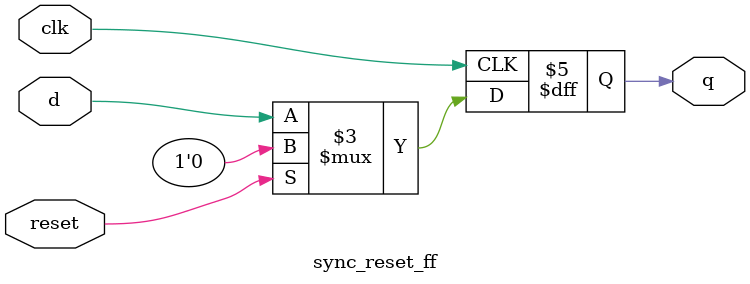
<source format=sv>
`timescale 1ns / 1ps

module sync_reset_ff(input logic clk, reset, d, output logic q);
  always_ff @(posedge clk)
    if (reset)
      q <= 0;
    else
      q <= d;
endmodule

</source>
